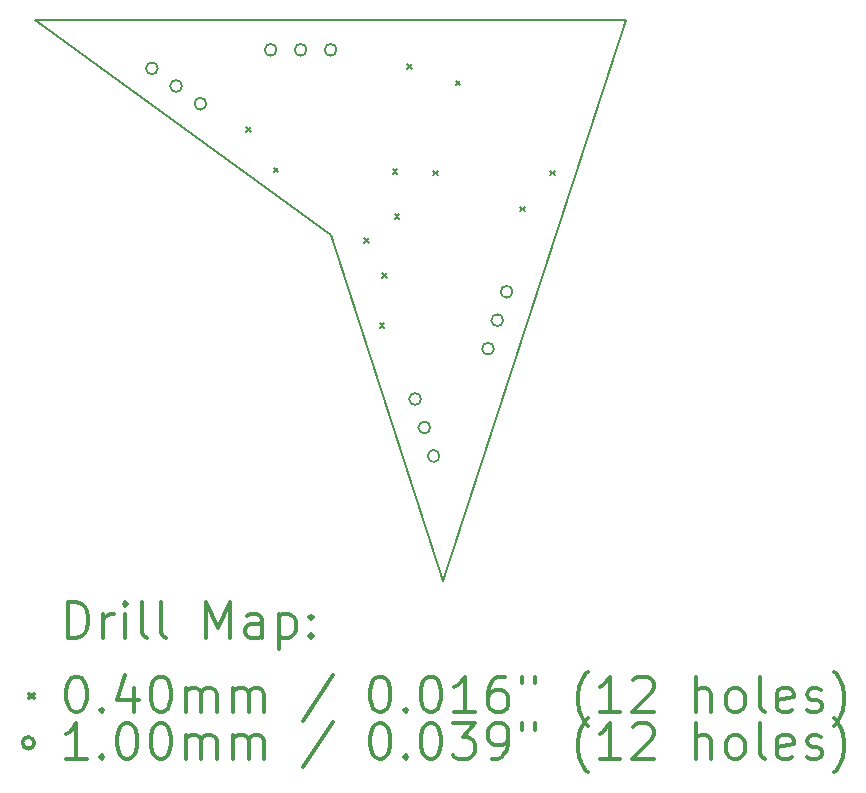
<source format=gbr>
%FSLAX45Y45*%
G04 Gerber Fmt 4.5, Leading zero omitted, Abs format (unit mm)*
G04 Created by KiCad (PCBNEW 5.1.8) date 2021-01-22 11:52:41*
%MOMM*%
%LPD*%
G01*
G04 APERTURE LIST*
%TA.AperFunction,Profile*%
%ADD10C,0.200000*%
%TD*%
%ADD11C,0.200000*%
%ADD12C,0.300000*%
G04 APERTURE END LIST*
D10*
X15993545Y-12169693D02*
X17538700Y-7416800D01*
X15038909Y-9233238D02*
X15993545Y-12169693D01*
X12539317Y-7419404D02*
X15038909Y-9233238D01*
X17538700Y-7416800D02*
X12539317Y-7419404D01*
D11*
X14320840Y-8323900D02*
X14360840Y-8363900D01*
X14360840Y-8323900D02*
X14320840Y-8363900D01*
X14557060Y-8666800D02*
X14597060Y-8706800D01*
X14597060Y-8666800D02*
X14557060Y-8706800D01*
X15322640Y-9262660D02*
X15362640Y-9302660D01*
X15362640Y-9262660D02*
X15322640Y-9302660D01*
X15453680Y-9985060D02*
X15493680Y-10025060D01*
X15493680Y-9985060D02*
X15453680Y-10025060D01*
X15476540Y-9558340D02*
X15516540Y-9598340D01*
X15516540Y-9558340D02*
X15476540Y-9598340D01*
X15562900Y-8679500D02*
X15602900Y-8719500D01*
X15602900Y-8679500D02*
X15562900Y-8719500D01*
X15580494Y-9058895D02*
X15620494Y-9098895D01*
X15620494Y-9058895D02*
X15580494Y-9098895D01*
X15686448Y-7789588D02*
X15726448Y-7829588D01*
X15726448Y-7789588D02*
X15686448Y-7829588D01*
X15905800Y-8692200D02*
X15945800Y-8732200D01*
X15945800Y-8692200D02*
X15905800Y-8732200D01*
X16096300Y-7930200D02*
X16136300Y-7970200D01*
X16136300Y-7930200D02*
X16096300Y-7970200D01*
X16642400Y-8997000D02*
X16682400Y-9037000D01*
X16682400Y-8997000D02*
X16642400Y-9037000D01*
X16896400Y-8692200D02*
X16936400Y-8732200D01*
X16936400Y-8692200D02*
X16896400Y-8732200D01*
X14581008Y-7667934D02*
G75*
G03*
X14581008Y-7667934I-50000J0D01*
G01*
X14835008Y-7667934D02*
G75*
G03*
X14835008Y-7667934I-50000J0D01*
G01*
X15089008Y-7667934D02*
G75*
G03*
X15089008Y-7667934I-50000J0D01*
G01*
X16421411Y-10199305D02*
G75*
G03*
X16421411Y-10199305I-50000J0D01*
G01*
X16499901Y-9957737D02*
G75*
G03*
X16499901Y-9957737I-50000J0D01*
G01*
X16578392Y-9716168D02*
G75*
G03*
X16578392Y-9716168I-50000J0D01*
G01*
X15803966Y-10624140D02*
G75*
G03*
X15803966Y-10624140I-50000J0D01*
G01*
X15882456Y-10865708D02*
G75*
G03*
X15882456Y-10865708I-50000J0D01*
G01*
X15960946Y-11107276D02*
G75*
G03*
X15960946Y-11107276I-50000J0D01*
G01*
X13575072Y-7825531D02*
G75*
G03*
X13575072Y-7825531I-50000J0D01*
G01*
X13780562Y-7974829D02*
G75*
G03*
X13780562Y-7974829I-50000J0D01*
G01*
X13986052Y-8124126D02*
G75*
G03*
X13986052Y-8124126I-50000J0D01*
G01*
D12*
X12815745Y-12645408D02*
X12815745Y-12345408D01*
X12887174Y-12345408D01*
X12930031Y-12359694D01*
X12958602Y-12388265D01*
X12972888Y-12416836D01*
X12987174Y-12473979D01*
X12987174Y-12516836D01*
X12972888Y-12573979D01*
X12958602Y-12602551D01*
X12930031Y-12631122D01*
X12887174Y-12645408D01*
X12815745Y-12645408D01*
X13115745Y-12645408D02*
X13115745Y-12445408D01*
X13115745Y-12502551D02*
X13130031Y-12473979D01*
X13144317Y-12459694D01*
X13172888Y-12445408D01*
X13201460Y-12445408D01*
X13301460Y-12645408D02*
X13301460Y-12445408D01*
X13301460Y-12345408D02*
X13287174Y-12359694D01*
X13301460Y-12373979D01*
X13315745Y-12359694D01*
X13301460Y-12345408D01*
X13301460Y-12373979D01*
X13487174Y-12645408D02*
X13458602Y-12631122D01*
X13444317Y-12602551D01*
X13444317Y-12345408D01*
X13644317Y-12645408D02*
X13615745Y-12631122D01*
X13601460Y-12602551D01*
X13601460Y-12345408D01*
X13987174Y-12645408D02*
X13987174Y-12345408D01*
X14087174Y-12559694D01*
X14187174Y-12345408D01*
X14187174Y-12645408D01*
X14458602Y-12645408D02*
X14458602Y-12488265D01*
X14444317Y-12459694D01*
X14415745Y-12445408D01*
X14358602Y-12445408D01*
X14330031Y-12459694D01*
X14458602Y-12631122D02*
X14430031Y-12645408D01*
X14358602Y-12645408D01*
X14330031Y-12631122D01*
X14315745Y-12602551D01*
X14315745Y-12573979D01*
X14330031Y-12545408D01*
X14358602Y-12531122D01*
X14430031Y-12531122D01*
X14458602Y-12516836D01*
X14601460Y-12445408D02*
X14601460Y-12745408D01*
X14601460Y-12459694D02*
X14630031Y-12445408D01*
X14687174Y-12445408D01*
X14715745Y-12459694D01*
X14730031Y-12473979D01*
X14744317Y-12502551D01*
X14744317Y-12588265D01*
X14730031Y-12616836D01*
X14715745Y-12631122D01*
X14687174Y-12645408D01*
X14630031Y-12645408D01*
X14601460Y-12631122D01*
X14872888Y-12616836D02*
X14887174Y-12631122D01*
X14872888Y-12645408D01*
X14858602Y-12631122D01*
X14872888Y-12616836D01*
X14872888Y-12645408D01*
X14872888Y-12459694D02*
X14887174Y-12473979D01*
X14872888Y-12488265D01*
X14858602Y-12473979D01*
X14872888Y-12459694D01*
X14872888Y-12488265D01*
X12489317Y-13119694D02*
X12529317Y-13159694D01*
X12529317Y-13119694D02*
X12489317Y-13159694D01*
X12872888Y-12975408D02*
X12901460Y-12975408D01*
X12930031Y-12989694D01*
X12944317Y-13003979D01*
X12958602Y-13032551D01*
X12972888Y-13089694D01*
X12972888Y-13161122D01*
X12958602Y-13218265D01*
X12944317Y-13246836D01*
X12930031Y-13261122D01*
X12901460Y-13275408D01*
X12872888Y-13275408D01*
X12844317Y-13261122D01*
X12830031Y-13246836D01*
X12815745Y-13218265D01*
X12801460Y-13161122D01*
X12801460Y-13089694D01*
X12815745Y-13032551D01*
X12830031Y-13003979D01*
X12844317Y-12989694D01*
X12872888Y-12975408D01*
X13101460Y-13246836D02*
X13115745Y-13261122D01*
X13101460Y-13275408D01*
X13087174Y-13261122D01*
X13101460Y-13246836D01*
X13101460Y-13275408D01*
X13372888Y-13075408D02*
X13372888Y-13275408D01*
X13301460Y-12961122D02*
X13230031Y-13175408D01*
X13415745Y-13175408D01*
X13587174Y-12975408D02*
X13615745Y-12975408D01*
X13644317Y-12989694D01*
X13658602Y-13003979D01*
X13672888Y-13032551D01*
X13687174Y-13089694D01*
X13687174Y-13161122D01*
X13672888Y-13218265D01*
X13658602Y-13246836D01*
X13644317Y-13261122D01*
X13615745Y-13275408D01*
X13587174Y-13275408D01*
X13558602Y-13261122D01*
X13544317Y-13246836D01*
X13530031Y-13218265D01*
X13515745Y-13161122D01*
X13515745Y-13089694D01*
X13530031Y-13032551D01*
X13544317Y-13003979D01*
X13558602Y-12989694D01*
X13587174Y-12975408D01*
X13815745Y-13275408D02*
X13815745Y-13075408D01*
X13815745Y-13103979D02*
X13830031Y-13089694D01*
X13858602Y-13075408D01*
X13901460Y-13075408D01*
X13930031Y-13089694D01*
X13944317Y-13118265D01*
X13944317Y-13275408D01*
X13944317Y-13118265D02*
X13958602Y-13089694D01*
X13987174Y-13075408D01*
X14030031Y-13075408D01*
X14058602Y-13089694D01*
X14072888Y-13118265D01*
X14072888Y-13275408D01*
X14215745Y-13275408D02*
X14215745Y-13075408D01*
X14215745Y-13103979D02*
X14230031Y-13089694D01*
X14258602Y-13075408D01*
X14301460Y-13075408D01*
X14330031Y-13089694D01*
X14344317Y-13118265D01*
X14344317Y-13275408D01*
X14344317Y-13118265D02*
X14358602Y-13089694D01*
X14387174Y-13075408D01*
X14430031Y-13075408D01*
X14458602Y-13089694D01*
X14472888Y-13118265D01*
X14472888Y-13275408D01*
X15058602Y-12961122D02*
X14801460Y-13346836D01*
X15444317Y-12975408D02*
X15472888Y-12975408D01*
X15501460Y-12989694D01*
X15515745Y-13003979D01*
X15530031Y-13032551D01*
X15544317Y-13089694D01*
X15544317Y-13161122D01*
X15530031Y-13218265D01*
X15515745Y-13246836D01*
X15501460Y-13261122D01*
X15472888Y-13275408D01*
X15444317Y-13275408D01*
X15415745Y-13261122D01*
X15401460Y-13246836D01*
X15387174Y-13218265D01*
X15372888Y-13161122D01*
X15372888Y-13089694D01*
X15387174Y-13032551D01*
X15401460Y-13003979D01*
X15415745Y-12989694D01*
X15444317Y-12975408D01*
X15672888Y-13246836D02*
X15687174Y-13261122D01*
X15672888Y-13275408D01*
X15658602Y-13261122D01*
X15672888Y-13246836D01*
X15672888Y-13275408D01*
X15872888Y-12975408D02*
X15901460Y-12975408D01*
X15930031Y-12989694D01*
X15944317Y-13003979D01*
X15958602Y-13032551D01*
X15972888Y-13089694D01*
X15972888Y-13161122D01*
X15958602Y-13218265D01*
X15944317Y-13246836D01*
X15930031Y-13261122D01*
X15901460Y-13275408D01*
X15872888Y-13275408D01*
X15844317Y-13261122D01*
X15830031Y-13246836D01*
X15815745Y-13218265D01*
X15801460Y-13161122D01*
X15801460Y-13089694D01*
X15815745Y-13032551D01*
X15830031Y-13003979D01*
X15844317Y-12989694D01*
X15872888Y-12975408D01*
X16258602Y-13275408D02*
X16087174Y-13275408D01*
X16172888Y-13275408D02*
X16172888Y-12975408D01*
X16144317Y-13018265D01*
X16115745Y-13046836D01*
X16087174Y-13061122D01*
X16515745Y-12975408D02*
X16458602Y-12975408D01*
X16430031Y-12989694D01*
X16415745Y-13003979D01*
X16387174Y-13046836D01*
X16372888Y-13103979D01*
X16372888Y-13218265D01*
X16387174Y-13246836D01*
X16401460Y-13261122D01*
X16430031Y-13275408D01*
X16487174Y-13275408D01*
X16515745Y-13261122D01*
X16530031Y-13246836D01*
X16544317Y-13218265D01*
X16544317Y-13146836D01*
X16530031Y-13118265D01*
X16515745Y-13103979D01*
X16487174Y-13089694D01*
X16430031Y-13089694D01*
X16401460Y-13103979D01*
X16387174Y-13118265D01*
X16372888Y-13146836D01*
X16658602Y-12975408D02*
X16658602Y-13032551D01*
X16772888Y-12975408D02*
X16772888Y-13032551D01*
X17215745Y-13389694D02*
X17201460Y-13375408D01*
X17172888Y-13332551D01*
X17158603Y-13303979D01*
X17144317Y-13261122D01*
X17130031Y-13189694D01*
X17130031Y-13132551D01*
X17144317Y-13061122D01*
X17158603Y-13018265D01*
X17172888Y-12989694D01*
X17201460Y-12946836D01*
X17215745Y-12932551D01*
X17487174Y-13275408D02*
X17315745Y-13275408D01*
X17401460Y-13275408D02*
X17401460Y-12975408D01*
X17372888Y-13018265D01*
X17344317Y-13046836D01*
X17315745Y-13061122D01*
X17601460Y-13003979D02*
X17615745Y-12989694D01*
X17644317Y-12975408D01*
X17715745Y-12975408D01*
X17744317Y-12989694D01*
X17758603Y-13003979D01*
X17772888Y-13032551D01*
X17772888Y-13061122D01*
X17758603Y-13103979D01*
X17587174Y-13275408D01*
X17772888Y-13275408D01*
X18130031Y-13275408D02*
X18130031Y-12975408D01*
X18258603Y-13275408D02*
X18258603Y-13118265D01*
X18244317Y-13089694D01*
X18215745Y-13075408D01*
X18172888Y-13075408D01*
X18144317Y-13089694D01*
X18130031Y-13103979D01*
X18444317Y-13275408D02*
X18415745Y-13261122D01*
X18401460Y-13246836D01*
X18387174Y-13218265D01*
X18387174Y-13132551D01*
X18401460Y-13103979D01*
X18415745Y-13089694D01*
X18444317Y-13075408D01*
X18487174Y-13075408D01*
X18515745Y-13089694D01*
X18530031Y-13103979D01*
X18544317Y-13132551D01*
X18544317Y-13218265D01*
X18530031Y-13246836D01*
X18515745Y-13261122D01*
X18487174Y-13275408D01*
X18444317Y-13275408D01*
X18715745Y-13275408D02*
X18687174Y-13261122D01*
X18672888Y-13232551D01*
X18672888Y-12975408D01*
X18944317Y-13261122D02*
X18915745Y-13275408D01*
X18858603Y-13275408D01*
X18830031Y-13261122D01*
X18815745Y-13232551D01*
X18815745Y-13118265D01*
X18830031Y-13089694D01*
X18858603Y-13075408D01*
X18915745Y-13075408D01*
X18944317Y-13089694D01*
X18958603Y-13118265D01*
X18958603Y-13146836D01*
X18815745Y-13175408D01*
X19072888Y-13261122D02*
X19101460Y-13275408D01*
X19158603Y-13275408D01*
X19187174Y-13261122D01*
X19201460Y-13232551D01*
X19201460Y-13218265D01*
X19187174Y-13189694D01*
X19158603Y-13175408D01*
X19115745Y-13175408D01*
X19087174Y-13161122D01*
X19072888Y-13132551D01*
X19072888Y-13118265D01*
X19087174Y-13089694D01*
X19115745Y-13075408D01*
X19158603Y-13075408D01*
X19187174Y-13089694D01*
X19301460Y-13389694D02*
X19315745Y-13375408D01*
X19344317Y-13332551D01*
X19358603Y-13303979D01*
X19372888Y-13261122D01*
X19387174Y-13189694D01*
X19387174Y-13132551D01*
X19372888Y-13061122D01*
X19358603Y-13018265D01*
X19344317Y-12989694D01*
X19315745Y-12946836D01*
X19301460Y-12932551D01*
X12529317Y-13535694D02*
G75*
G03*
X12529317Y-13535694I-50000J0D01*
G01*
X12972888Y-13671408D02*
X12801460Y-13671408D01*
X12887174Y-13671408D02*
X12887174Y-13371408D01*
X12858602Y-13414265D01*
X12830031Y-13442836D01*
X12801460Y-13457122D01*
X13101460Y-13642836D02*
X13115745Y-13657122D01*
X13101460Y-13671408D01*
X13087174Y-13657122D01*
X13101460Y-13642836D01*
X13101460Y-13671408D01*
X13301460Y-13371408D02*
X13330031Y-13371408D01*
X13358602Y-13385694D01*
X13372888Y-13399979D01*
X13387174Y-13428551D01*
X13401460Y-13485694D01*
X13401460Y-13557122D01*
X13387174Y-13614265D01*
X13372888Y-13642836D01*
X13358602Y-13657122D01*
X13330031Y-13671408D01*
X13301460Y-13671408D01*
X13272888Y-13657122D01*
X13258602Y-13642836D01*
X13244317Y-13614265D01*
X13230031Y-13557122D01*
X13230031Y-13485694D01*
X13244317Y-13428551D01*
X13258602Y-13399979D01*
X13272888Y-13385694D01*
X13301460Y-13371408D01*
X13587174Y-13371408D02*
X13615745Y-13371408D01*
X13644317Y-13385694D01*
X13658602Y-13399979D01*
X13672888Y-13428551D01*
X13687174Y-13485694D01*
X13687174Y-13557122D01*
X13672888Y-13614265D01*
X13658602Y-13642836D01*
X13644317Y-13657122D01*
X13615745Y-13671408D01*
X13587174Y-13671408D01*
X13558602Y-13657122D01*
X13544317Y-13642836D01*
X13530031Y-13614265D01*
X13515745Y-13557122D01*
X13515745Y-13485694D01*
X13530031Y-13428551D01*
X13544317Y-13399979D01*
X13558602Y-13385694D01*
X13587174Y-13371408D01*
X13815745Y-13671408D02*
X13815745Y-13471408D01*
X13815745Y-13499979D02*
X13830031Y-13485694D01*
X13858602Y-13471408D01*
X13901460Y-13471408D01*
X13930031Y-13485694D01*
X13944317Y-13514265D01*
X13944317Y-13671408D01*
X13944317Y-13514265D02*
X13958602Y-13485694D01*
X13987174Y-13471408D01*
X14030031Y-13471408D01*
X14058602Y-13485694D01*
X14072888Y-13514265D01*
X14072888Y-13671408D01*
X14215745Y-13671408D02*
X14215745Y-13471408D01*
X14215745Y-13499979D02*
X14230031Y-13485694D01*
X14258602Y-13471408D01*
X14301460Y-13471408D01*
X14330031Y-13485694D01*
X14344317Y-13514265D01*
X14344317Y-13671408D01*
X14344317Y-13514265D02*
X14358602Y-13485694D01*
X14387174Y-13471408D01*
X14430031Y-13471408D01*
X14458602Y-13485694D01*
X14472888Y-13514265D01*
X14472888Y-13671408D01*
X15058602Y-13357122D02*
X14801460Y-13742836D01*
X15444317Y-13371408D02*
X15472888Y-13371408D01*
X15501460Y-13385694D01*
X15515745Y-13399979D01*
X15530031Y-13428551D01*
X15544317Y-13485694D01*
X15544317Y-13557122D01*
X15530031Y-13614265D01*
X15515745Y-13642836D01*
X15501460Y-13657122D01*
X15472888Y-13671408D01*
X15444317Y-13671408D01*
X15415745Y-13657122D01*
X15401460Y-13642836D01*
X15387174Y-13614265D01*
X15372888Y-13557122D01*
X15372888Y-13485694D01*
X15387174Y-13428551D01*
X15401460Y-13399979D01*
X15415745Y-13385694D01*
X15444317Y-13371408D01*
X15672888Y-13642836D02*
X15687174Y-13657122D01*
X15672888Y-13671408D01*
X15658602Y-13657122D01*
X15672888Y-13642836D01*
X15672888Y-13671408D01*
X15872888Y-13371408D02*
X15901460Y-13371408D01*
X15930031Y-13385694D01*
X15944317Y-13399979D01*
X15958602Y-13428551D01*
X15972888Y-13485694D01*
X15972888Y-13557122D01*
X15958602Y-13614265D01*
X15944317Y-13642836D01*
X15930031Y-13657122D01*
X15901460Y-13671408D01*
X15872888Y-13671408D01*
X15844317Y-13657122D01*
X15830031Y-13642836D01*
X15815745Y-13614265D01*
X15801460Y-13557122D01*
X15801460Y-13485694D01*
X15815745Y-13428551D01*
X15830031Y-13399979D01*
X15844317Y-13385694D01*
X15872888Y-13371408D01*
X16072888Y-13371408D02*
X16258602Y-13371408D01*
X16158602Y-13485694D01*
X16201460Y-13485694D01*
X16230031Y-13499979D01*
X16244317Y-13514265D01*
X16258602Y-13542836D01*
X16258602Y-13614265D01*
X16244317Y-13642836D01*
X16230031Y-13657122D01*
X16201460Y-13671408D01*
X16115745Y-13671408D01*
X16087174Y-13657122D01*
X16072888Y-13642836D01*
X16401460Y-13671408D02*
X16458602Y-13671408D01*
X16487174Y-13657122D01*
X16501460Y-13642836D01*
X16530031Y-13599979D01*
X16544317Y-13542836D01*
X16544317Y-13428551D01*
X16530031Y-13399979D01*
X16515745Y-13385694D01*
X16487174Y-13371408D01*
X16430031Y-13371408D01*
X16401460Y-13385694D01*
X16387174Y-13399979D01*
X16372888Y-13428551D01*
X16372888Y-13499979D01*
X16387174Y-13528551D01*
X16401460Y-13542836D01*
X16430031Y-13557122D01*
X16487174Y-13557122D01*
X16515745Y-13542836D01*
X16530031Y-13528551D01*
X16544317Y-13499979D01*
X16658602Y-13371408D02*
X16658602Y-13428551D01*
X16772888Y-13371408D02*
X16772888Y-13428551D01*
X17215745Y-13785694D02*
X17201460Y-13771408D01*
X17172888Y-13728551D01*
X17158603Y-13699979D01*
X17144317Y-13657122D01*
X17130031Y-13585694D01*
X17130031Y-13528551D01*
X17144317Y-13457122D01*
X17158603Y-13414265D01*
X17172888Y-13385694D01*
X17201460Y-13342836D01*
X17215745Y-13328551D01*
X17487174Y-13671408D02*
X17315745Y-13671408D01*
X17401460Y-13671408D02*
X17401460Y-13371408D01*
X17372888Y-13414265D01*
X17344317Y-13442836D01*
X17315745Y-13457122D01*
X17601460Y-13399979D02*
X17615745Y-13385694D01*
X17644317Y-13371408D01*
X17715745Y-13371408D01*
X17744317Y-13385694D01*
X17758603Y-13399979D01*
X17772888Y-13428551D01*
X17772888Y-13457122D01*
X17758603Y-13499979D01*
X17587174Y-13671408D01*
X17772888Y-13671408D01*
X18130031Y-13671408D02*
X18130031Y-13371408D01*
X18258603Y-13671408D02*
X18258603Y-13514265D01*
X18244317Y-13485694D01*
X18215745Y-13471408D01*
X18172888Y-13471408D01*
X18144317Y-13485694D01*
X18130031Y-13499979D01*
X18444317Y-13671408D02*
X18415745Y-13657122D01*
X18401460Y-13642836D01*
X18387174Y-13614265D01*
X18387174Y-13528551D01*
X18401460Y-13499979D01*
X18415745Y-13485694D01*
X18444317Y-13471408D01*
X18487174Y-13471408D01*
X18515745Y-13485694D01*
X18530031Y-13499979D01*
X18544317Y-13528551D01*
X18544317Y-13614265D01*
X18530031Y-13642836D01*
X18515745Y-13657122D01*
X18487174Y-13671408D01*
X18444317Y-13671408D01*
X18715745Y-13671408D02*
X18687174Y-13657122D01*
X18672888Y-13628551D01*
X18672888Y-13371408D01*
X18944317Y-13657122D02*
X18915745Y-13671408D01*
X18858603Y-13671408D01*
X18830031Y-13657122D01*
X18815745Y-13628551D01*
X18815745Y-13514265D01*
X18830031Y-13485694D01*
X18858603Y-13471408D01*
X18915745Y-13471408D01*
X18944317Y-13485694D01*
X18958603Y-13514265D01*
X18958603Y-13542836D01*
X18815745Y-13571408D01*
X19072888Y-13657122D02*
X19101460Y-13671408D01*
X19158603Y-13671408D01*
X19187174Y-13657122D01*
X19201460Y-13628551D01*
X19201460Y-13614265D01*
X19187174Y-13585694D01*
X19158603Y-13571408D01*
X19115745Y-13571408D01*
X19087174Y-13557122D01*
X19072888Y-13528551D01*
X19072888Y-13514265D01*
X19087174Y-13485694D01*
X19115745Y-13471408D01*
X19158603Y-13471408D01*
X19187174Y-13485694D01*
X19301460Y-13785694D02*
X19315745Y-13771408D01*
X19344317Y-13728551D01*
X19358603Y-13699979D01*
X19372888Y-13657122D01*
X19387174Y-13585694D01*
X19387174Y-13528551D01*
X19372888Y-13457122D01*
X19358603Y-13414265D01*
X19344317Y-13385694D01*
X19315745Y-13342836D01*
X19301460Y-13328551D01*
M02*

</source>
